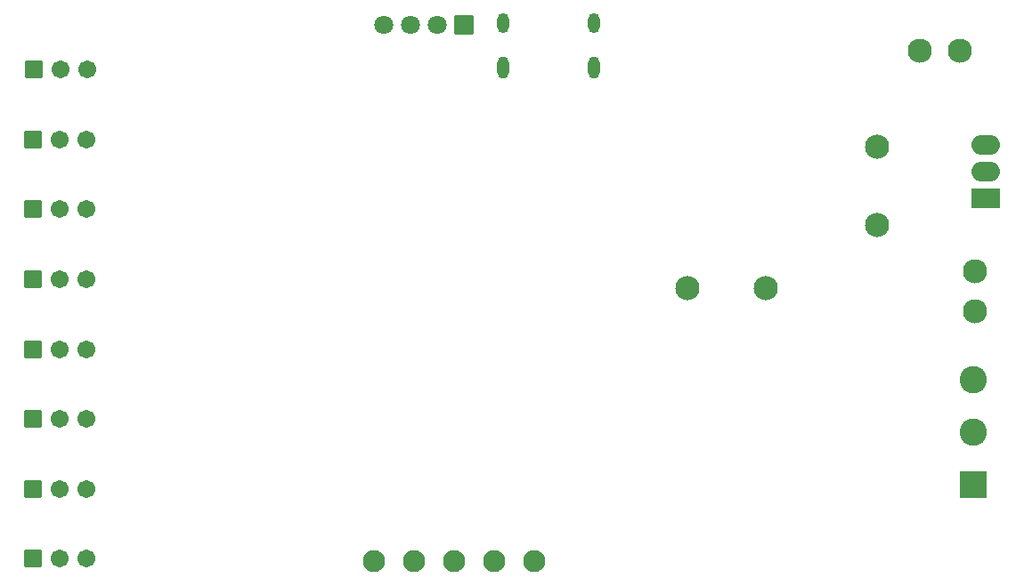
<source format=gbs>
G04 Layer: BottomSolderMaskLayer*
G04 EasyEDA Pro v3.2.69, 2026-02-19 03:55:46*
G04 Gerber Generator version 0.3*
G04 Scale: 100 percent, Rotated: No, Reflected: No*
G04 Dimensions in millimeters*
G04 Leading zeros omitted, absolute positions, 4 integers and 5 decimals*
G04 Generated by one-click*
%FSLAX45Y45*%
%MOMM*%
%AMRoundRect*1,1,$1,$2,$3*1,1,$1,$4,$5*1,1,$1,0-$2,0-$3*1,1,$1,0-$4,0-$5*20,1,$1,$2,$3,$4,$5,0*20,1,$1,$4,$5,0-$2,0-$3,0*20,1,$1,0-$2,0-$3,0-$4,0-$5,0*20,1,$1,0-$4,0-$5,$2,$3,0*4,1,4,$2,$3,$4,$5,0-$2,0-$3,0-$4,0-$5,$2,$3,0*%
%ADD10O,1.102X1.902*%
%ADD11O,1.102X2.102*%
%ADD12C,2.3*%
%ADD13O,2.702X1.902*%
%ADD14RoundRect,0.102X-1.3X-0.9X-1.3X0.9*%
%ADD15C,2.6005*%
%ADD16C,2.602*%
%ADD17RoundRect,0.102X-1.25X-1.25X-1.25X1.25*%
%ADD18C,2.102*%
%ADD19C,2.302*%
%ADD20RoundRect,0.102X-0.8X0.8X0.8X0.8*%
%ADD21C,1.702*%
%ADD22RoundRect,0.102X-0.85X0.85X0.85X0.85*%
%ADD23C,1.802*%
G75*


G04 Pad Start*
G54D10*
G01X511022Y1404538D03*
G01X-352984Y1404538D03*
G54D11*
G01X-352984Y986530D03*
G01X511022Y986530D03*
G54D12*
G01X3610524Y1147024D03*
G01X3991524Y1147024D03*
G54D13*
G01X4229917Y-6012D03*
G01X4230908Y248013D03*
G54D14*
G01X4229917Y-260012D03*
G54D16*
G01X4116944Y-1989830D03*
G01X4116944Y-2489832D03*
G54D17*
G01X4116944Y-2989831D03*
G54D18*
G01X-1582520Y-3712859D03*
G01X-1201520Y-3712859D03*
G01X-820520Y-3712859D03*
G01X-439520Y-3712859D03*
G01X-58520Y-3712859D03*
G54D19*
G01X2144441Y-1112390D03*
G01X1394455Y-1112390D03*
G54D20*
G01X-4818545Y968729D03*
G54D21*
G01X-4564545Y968703D03*
G01X-4310545Y968703D03*
G54D20*
G01X-4822558Y302886D03*
G54D21*
G01X-4568558Y302861D03*
G01X-4314558Y302861D03*
G54D20*
G01X-4822558Y-362956D03*
G54D21*
G01X-4568558Y-362981D03*
G01X-4314558Y-362981D03*
G54D20*
G01X-4822558Y-1028798D03*
G54D21*
G01X-4568558Y-1028824D03*
G01X-4314558Y-1028824D03*
G54D20*
G01X-4822558Y-1694641D03*
G54D21*
G01X-4568558Y-1694666D03*
G01X-4314558Y-1694666D03*
G54D20*
G01X-4822558Y-2360483D03*
G54D21*
G01X-4568558Y-2360508D03*
G01X-4314558Y-2360508D03*
G54D20*
G01X-4822558Y-3026325D03*
G54D21*
G01X-4568558Y-3026351D03*
G01X-4314558Y-3026351D03*
G54D20*
G01X-4822558Y-3692168D03*
G54D21*
G01X-4568558Y-3692193D03*
G01X-4314558Y-3692193D03*
G54D19*
G01X3196852Y-516407D03*
G01X3196852Y233579D03*
G54D12*
G01X4127828Y-1334117D03*
G01X4127828Y-953117D03*
G54D22*
G01X-728475Y1388716D03*
G54D23*
G01X-982475Y1388716D03*
G01X-1236475Y1388716D03*
G01X-1490475Y1388716D03*
G04 Pad End*

M02*


</source>
